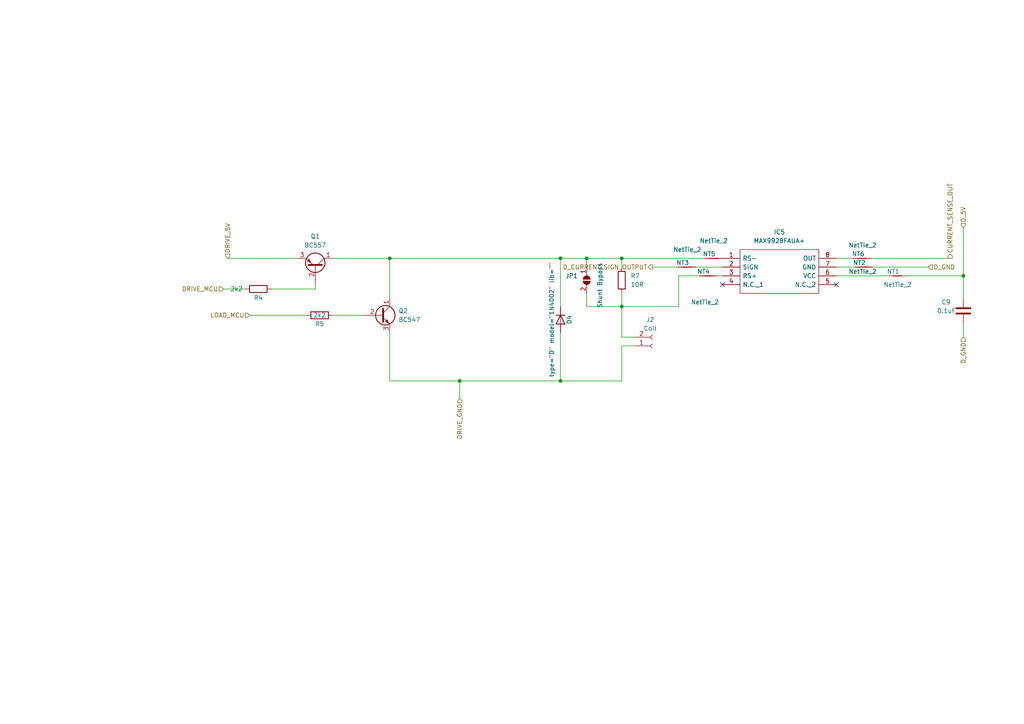
<source format=kicad_sch>
(kicad_sch (version 20211123) (generator eeschema)
  (paper "A4")
  (lib_symbols
    (symbol "Connector:Conn_01x02_Female" (pin_names (offset 1.016) hide)
      (property "Reference" "J" (at 0 2.54 0))
      (property "Value" "Conn_01x02_Female" (at 0 -5.08 0))
      (symbol "Conn_01x02_Female_1_1"
        (arc (start 0 -2.032) (mid -0.508 -2.54) (end 0 -3.048) (stroke (width 0.1524)))
        (polyline (pts (xy -1.27 -2.54) (xy -0.508 -2.54)) (stroke (width 0.1524)))
        (polyline (pts (xy -1.27 0) (xy -0.508 0)) (stroke (width 0.1524)))
        (arc (start 0 0.508) (mid -0.508 0) (end 0 -0.508) (stroke (width 0.1524)))
        (pin passive line (at -5.08 0 0) (length 3.81) (name "Pin_1") (number "1"))
        (pin passive line (at -5.08 -2.54 0) (length 3.81) (name "Pin_2") (number "2"))
      )
    )
    (symbol "Device:C" (pin_numbers hide) (pin_names (offset 0.254))
      (property "Reference" "C" (at 0.635 2.54 0))
      (property "Value" "C" (at 0.635 -2.54 0))
      (symbol "C_0_1"
        (polyline (pts (xy -2.032 -0.762) (xy 2.032 -0.762)) (stroke (width 0.508)))
        (polyline (pts (xy -2.032 0.762) (xy 2.032 0.762)) (stroke (width 0.508)))
      )
      (symbol "C_1_1"
        (pin passive line (at 0 3.81 270) (length 2.794) (name "~") (number "1"))
        (pin passive line (at 0 -3.81 90) (length 2.794) (name "~") (number "2"))
      )
    )
    (symbol "Device:NetTie_2" (pin_numbers hide) (pin_names (offset 0) hide)
      (property "Reference" "NT" (at 0 1.27 0))
      (property "Value" "NetTie_2" (at 0 -1.27 0))
      (symbol "NetTie_2_0_1"
        (polyline (pts (xy -1.27 0) (xy 1.27 0)) (stroke (width 0.254)))
      )
      (symbol "NetTie_2_1_1"
        (pin passive line (at -2.54 0 0) (length 2.54) (name "1") (number "1"))
        (pin passive line (at 2.54 0 180) (length 2.54) (name "2") (number "2"))
      )
    )
    (symbol "Device:R" (pin_numbers hide) (pin_names (offset 0))
      (property "Reference" "R" (at 2.032 0 90))
      (property "Value" "R" (at 0 0 90))
      (symbol "R_0_1"
        (rectangle (start -1.016 -2.54) (end 1.016 2.54) (stroke (width 0.254)))
      )
      (symbol "R_1_1"
        (pin passive line (at 0 3.81 270) (length 1.27) (name "~") (number "1"))
        (pin passive line (at 0 -3.81 90) (length 1.27) (name "~") (number "2"))
      )
    )
    (symbol "Jumper:SolderJumper_2_Open" (pin_names (offset 0) hide)
      (property "Reference" "JP" (at 0 2.032 0))
      (property "Value" "SolderJumper_2_Open" (at 0 -2.54 0))
      (symbol "SolderJumper_2_Open_0_1"
        (arc (start -0.254 1.016) (mid -1.27 0) (end -0.254 -1.016))
        (arc (start -0.254 1.016) (mid -1.27 0) (end -0.254 -1.016) (fill (type outline)))
        (polyline (pts (xy -0.254 1.016) (xy -0.254 -1.016)))
        (polyline (pts (xy 0.254 1.016) (xy 0.254 -1.016)))
        (arc (start 0.254 -1.016) (mid 1.27 0) (end 0.254 1.016))
        (arc (start 0.254 -1.016) (mid 1.27 0) (end 0.254 1.016) (fill (type outline)))
      )
      (symbol "SolderJumper_2_Open_1_1"
        (pin passive line (at -3.81 0 0) (length 2.54) (name "A") (number "1"))
        (pin passive line (at 3.81 0 180) (length 2.54) (name "B") (number "2"))
      )
    )
    (symbol "MAX9928FAUA+:MAX9928FAUA+" (pin_names (offset 0.762))
      (property "Reference" "IC" (at 29.21 7.62 0))
      (property "Value" "MAX9928FAUA+" (at 29.21 5.08 0))
      (symbol "MAX9928FAUA+_0_0"
        (pin passive line (at 0 0 0) (length 5.08) (name "RS-") (number "1"))
        (pin passive line (at 0 -2.54 0) (length 5.08) (name "SIGN") (number "2"))
        (pin passive line (at 0 -5.08 0) (length 5.08) (name "RS+") (number "3"))
        (pin passive line (at 0 -7.62 0) (length 5.08) (name "N.C._1") (number "4"))
        (pin passive line (at 33.02 -7.62 180) (length 5.08) (name "N.C._2") (number "5"))
        (pin passive line (at 33.02 -5.08 180) (length 5.08) (name "VCC") (number "6"))
        (pin passive line (at 33.02 -2.54 180) (length 5.08) (name "GND") (number "7"))
        (pin passive line (at 33.02 0 180) (length 5.08) (name "OUT") (number "8"))
      )
      (symbol "MAX9928FAUA+_0_1"
        (polyline (pts (xy 5.08 2.54) (xy 27.94 2.54) (xy 27.94 -10.16) (xy 5.08 -10.16) (xy 5.08 2.54)) (stroke (width 0.1524)))
      )
    )
    (symbol "Simulation_SPICE:DIODE" (pin_numbers hide) (pin_names (offset 1.016) hide)
      (property "Reference" "D" (at 0 2.54 0))
      (property "Value" "DIODE" (at 0 -2.54 0))
      (symbol "DIODE_0_1"
        (polyline (pts (xy 1.27 0) (xy -1.27 0)))
        (polyline (pts (xy 1.27 1.27) (xy 1.27 -1.27)) (stroke (width 0.254)))
        (polyline (pts (xy -1.27 -1.27) (xy -1.27 1.27) (xy 1.27 0) (xy -1.27 -1.27)) (stroke (width 0.254)))
      )
      (symbol "DIODE_1_1"
        (pin passive line (at -3.81 0 0) (length 2.54) (name "A") (number "1"))
        (pin passive line (at 3.81 0 180) (length 2.54) (name "K") (number "2"))
      )
    )
    (symbol "Transistor_BJT:BC547" (pin_names (offset 0) hide)
      (property "Reference" "Q" (at 5.08 1.905 0))
      (property "Value" "BC547" (at 5.08 0 0))
      (symbol "BC547_0_1"
        (polyline (pts (xy 0 0) (xy 0.635 0)))
        (polyline (pts (xy 0.635 0.635) (xy 2.54 2.54)))
        (polyline (pts (xy 0.635 -0.635) (xy 2.54 -2.54) (xy 2.54 -2.54)))
        (polyline (pts (xy 0.635 1.905) (xy 0.635 -1.905) (xy 0.635 -1.905)) (stroke (width 0.508)))
        (polyline (pts (xy 1.27 -1.778) (xy 1.778 -1.27) (xy 2.286 -2.286) (xy 1.27 -1.778) (xy 1.27 -1.778)) (fill (type outline)))
        (circle (center 1.27 0) (radius 2.8194) (stroke (width 0.254)))
      )
      (symbol "BC547_1_1"
        (pin passive line (at 2.54 5.08 270) (length 2.54) (name "C") (number "1"))
        (pin input line (at -5.08 0 0) (length 5.08) (name "B") (number "2"))
        (pin passive line (at 2.54 -5.08 90) (length 2.54) (name "E") (number "3"))
      )
    )
    (symbol "Transistor_BJT:BC557" (pin_names (offset 0) hide)
      (property "Reference" "Q" (at 5.08 1.905 0))
      (property "Value" "BC557" (at 5.08 0 0))
      (symbol "BC557_0_1"
        (polyline (pts (xy 0.635 0.635) (xy 2.54 2.54)))
        (polyline (pts (xy 0.635 -0.635) (xy 2.54 -2.54) (xy 2.54 -2.54)))
        (polyline (pts (xy 0.635 1.905) (xy 0.635 -1.905) (xy 0.635 -1.905)) (stroke (width 0.508)))
        (polyline (pts (xy 2.286 -1.778) (xy 1.778 -2.286) (xy 1.27 -1.27) (xy 2.286 -1.778) (xy 2.286 -1.778)) (fill (type outline)))
        (circle (center 1.27 0) (radius 2.8194) (stroke (width 0.254)))
      )
      (symbol "BC557_1_1"
        (pin passive line (at 2.54 5.08 270) (length 2.54) (name "C") (number "1"))
        (pin input line (at -5.08 0 0) (length 5.715) (name "B") (number "2"))
        (pin passive line (at 2.54 -5.08 90) (length 2.54) (name "E") (number "3"))
      )
    )
  )
  (junction (at 113.03 74.93))
  (junction (at 162.56 110.49))
  (junction (at 180.34 88.9))
  (junction (at 133.35 110.49))
  (junction (at 162.56 74.93))
  (junction (at 180.34 74.93))
  (junction (at 279.4 80.01))
  (junction (at 170.18 74.93))
  (no_connect (at 242.57 82.55))
  (no_connect (at 209.55 82.55))
  (wire (pts (xy 242.57 77.47) (xy 247.9968 77.47)))
  (wire (pts (xy 180.34 88.9) (xy 170.18 88.9)))
  (wire (pts (xy 253.0768 77.47) (xy 269.24 77.47)))
  (wire (pts (xy 91.44 83.82) (xy 91.44 82.55)))
  (wire (pts (xy 113.03 96.52) (xy 113.03 110.49)))
  (wire (pts (xy 209.4931 74.93) (xy 209.55 74.93)))
  (wire (pts (xy 242.57 80.01) (xy 257.81 80.01)))
  (wire (pts (xy 262.89 80.01) (xy 279.4 80.01)))
  (wire (pts (xy 279.4 66.04) (xy 279.4 80.01)))
  (wire (pts (xy 162.56 110.49) (xy 180.34 110.49)))
  (wire (pts (xy 180.34 85.09) (xy 180.34 88.9)))
  (wire (pts (xy 170.18 74.93) (xy 180.34 74.93)))
  (wire (pts (xy 162.56 110.49) (xy 133.35 110.49)))
  (wire (pts (xy 180.34 100.33) (xy 180.34 110.49)))
  (wire (pts (xy 279.4 80.01) (xy 279.4 86.36)))
  (wire (pts (xy 170.18 74.93) (xy 170.18 77.47)))
  (wire (pts (xy 78.74 83.82) (xy 91.44 83.82)))
  (wire (pts (xy 180.34 100.33) (xy 184.15 100.33)))
  (wire (pts (xy 180.34 97.79) (xy 184.15 97.79)))
  (wire (pts (xy 64.77 83.82) (xy 71.12 83.82)))
  (wire (pts (xy 247.6585 74.93) (xy 242.57 74.93)))
  (wire (pts (xy 66.04 74.93) (xy 86.36 74.93)))
  (wire (pts (xy 162.56 96.52) (xy 162.56 110.49)))
  (wire (pts (xy 72.39 91.44) (xy 88.9 91.44)))
  (wire (pts (xy 113.03 74.93) (xy 113.03 86.36)))
  (wire (pts (xy 180.34 74.93) (xy 204.4131 74.93)))
  (wire (pts (xy 180.34 74.93) (xy 180.34 77.47)))
  (wire (pts (xy 209.55 80.01) (xy 207.8689 80.01)))
  (wire (pts (xy 279.4 97.79) (xy 279.4 93.98)))
  (wire (pts (xy 113.03 110.49) (xy 133.35 110.49)))
  (wire (pts (xy 196.85 80.01) (xy 196.85 88.9)))
  (wire (pts (xy 201.8147 77.47) (xy 209.55 77.47)))
  (wire (pts (xy 162.56 74.93) (xy 162.56 88.9)))
  (wire (pts (xy 180.34 88.9) (xy 196.85 88.9)))
  (wire (pts (xy 133.35 110.49) (xy 133.35 115.57)))
  (wire (pts (xy 202.7889 80.01) (xy 196.85 80.01)))
  (wire (pts (xy 96.52 74.93) (xy 113.03 74.93)))
  (wire (pts (xy 113.03 74.93) (xy 162.56 74.93)))
  (wire (pts (xy 170.18 85.09) (xy 170.18 88.9)))
  (wire (pts (xy 180.34 97.79) (xy 180.34 88.9)))
  (wire (pts (xy 162.56 74.93) (xy 170.18 74.93)))
  (wire (pts (xy 96.52 91.44) (xy 105.41 91.44)))
  (wire (pts (xy 275.59 74.93) (xy 252.7385 74.93)))
  (wire (pts (xy 189.23 77.47) (xy 196.7347 77.47)))
  (hierarchical_label "D_GND" (shape input) (at 269.24 77.47 0))
  (hierarchical_label "LOAD_MCU" (shape input) (at 72.39 91.44 180))
  (hierarchical_label "D_5V" (shape input) (at 279.4 66.04 90))
  (hierarchical_label "D_GND" (shape input) (at 279.4 97.79 270))
  (hierarchical_label "DRIVE_MCU" (shape input) (at 64.77 83.82 180))
  (hierarchical_label "D_CURRENT_SIGN_OUTPUT" (shape output) (at 189.23 77.47 180))
  (hierarchical_label "DRIVE_5V" (shape input) (at 66.04 74.93 90))
  (hierarchical_label "CURRENT_SENSE_OUT" (shape output) (at 275.59 74.93 90))
  (hierarchical_label "DRIVE_GND" (shape input) (at 133.35 115.57 270))
  (symbol (lib_id "Device:R") (at 92.71 91.44 270) (unit 1)
    (property "Reference" "R5" (at 92.71 93.98 90))
    (property "Value" "2k2" (at 92.71 91.44 90))
    (property "Footprint" "Resistor_SMD:R_0805_2012Metric_Pad1.20x1.40mm_HandSolder" (effects hide))
  )
  (symbol (lib_id "Device:NetTie_2") (at 260.35 80.01 0) (unit 1)
    (property "Reference" "NT1" (at 259.08 78.74 0))
    (property "Value" "NetTie_2" (at 260.35 82.55 0))
    (property "Footprint" "NetTie:NetTie-2_SMD_Pad0.5mm" (effects hide))
  )
  (symbol (lib_id "Device:R") (at 180.34 81.28 0) (mirror y) (unit 1)
    (property "Reference" "R7" (at 182.88 80.0099 0) (effects (justify right)))
    (property "Value" "10R" (at 182.88 82.5499 0) (effects (justify right)))
    (property "Footprint" "Resistor_SMD:R_0805_2012Metric_Pad1.20x1.40mm_HandSolder" (effects hide))
  )
  (symbol (lib_id "Device:NetTie_2") (at 206.9531 74.93 0) (unit 1)
    (property "Reference" "NT5" (at 205.6831 73.66 0))
    (property "Value" "NetTie_2" (at 207.01 69.85 0))
    (property "Footprint" "NetTie:NetTie-2_SMD_Pad0.5mm" (effects hide))
  )
  (symbol (lib_id "Jumper:SolderJumper_2_Open") (at 170.18 81.28 90) (mirror x) (unit 1)
    (property "Reference" "JP1" (at 167.64 80.0099 90) (effects (justify left)))
    (property "Value" "Shunt Bypass" (at 173.99 76.2 0) (effects (justify left)))
    (property "Footprint" "Jumper:SolderJumper-2_P1.3mm_Open_Pad1.0x1.5mm" (effects hide))
  )
  (symbol (lib_id "Connector:Conn_01x02_Female") (at 189.23 100.33 0) (mirror x) (unit 1)
    (property "Reference" "J2" (at 188.595 92.71 0))
    (property "Value" "Coil" (at 188.595 95.25 0))
    (property "Footprint" "TerminalBlock_TE-Connectivity:TerminalBlock_TE_282834-2_1x02_P2.54mm_Horizontal" (effects hide))
  )
  (symbol (lib_id "Simulation_SPICE:DIODE") (at 162.56 92.71 90) (unit 1)
    (property "Reference" "D4" (at 165.1 92.71 0))
    (property "Value" "1N4002" (at 160.02 92.71 0))
    (property "Footprint" "Diode_SMD:D_0603_1608Metric_Pad1.05x0.95mm_HandSolder" (effects hide))
    (property "Spice_Netlist_Enabled" "Y" (effects hide))
    (property "Spice_Primitive" "D" (effects hide))
  )
  (symbol (lib_id "Device:R") (at 74.93 83.82 270) (unit 1)
    (property "Reference" "R4" (at 74.93 86.36 90))
    (property "Value" "2k2" (at 68.58 83.82 90))
    (property "Footprint" "Resistor_SMD:R_0805_2012Metric_Pad1.20x1.40mm_HandSolder" (effects hide))
  )
  (symbol (lib_id "Device:NetTie_2") (at 250.5368 77.47 0) (unit 1)
    (property "Reference" "NT2" (at 249.2668 76.2 0))
    (property "Value" "NetTie_2" (at 250.19 78.74 0))
    (property "Footprint" "NetTie:NetTie-2_SMD_Pad0.5mm" (effects hide))
  )
  (symbol (lib_id "MAX9928FAUA+:MAX9928FAUA+") (at 209.55 74.93 0) (unit 1)
    (property "Reference" "IC5" (at 226.06 67.31 0))
    (property "Value" "MAX9928FAUA+" (at 226.06 69.85 0))
    (property "Footprint" "Sensor_Current:SOP65P490X110-8N" (effects hide))
    (property "Datasheet" "https://datasheet.datasheetarchive.com/originals/dk/DKDS-7/138374.pdf" (effects hide))
    (property "Description" "Maxim MAX9928FAUA+, Current Sensing Amplifier Single Bidirectional, Unidirectional 8-Pin uMAX" (effects hide))
    (property "Height" "1.1" (effects hide))
    (property "Manufacturer_Name" "Maxim Integrated" (effects hide))
    (property "Manufacturer_Part_Number" "MAX9928FAUA+" (effects hide))
    (property "Mouser Part Number" "700-MAX9928FAUA" (effects hide))
    (property "Mouser Price/Stock" "https://www.mouser.co.uk/ProductDetail/Maxim-Integrated/MAX9928FAUA%2b?qs=1eQvB6Dk1vjuLd8AJ8%252BsIw%3D%3D" (effects hide))
  )
  (symbol (lib_id "Transistor_BJT:BC557") (at 91.44 77.47 270) (mirror x) (unit 1)
    (property "Reference" "Q1" (at 91.44 68.58 90))
    (property "Value" "BC557" (at 91.44 71.12 90))
    (property "Footprint" "Package_TO_SOT_SMD:SOT-523" (effects hide))
    (property "Datasheet" "https://www.onsemi.com/pub/Collateral/BC556BTA-D.pdf" (effects hide))
  )
  (symbol (lib_id "Device:NetTie_2") (at 205.3289 80.01 0) (unit 1)
    (property "Reference" "NT4" (at 204.0589 78.74 0))
    (property "Value" "NetTie_2" (at 204.47 87.63 0))
    (property "Footprint" "NetTie:NetTie-2_SMD_Pad0.5mm" (effects hide))
  )
  (symbol (lib_id "Device:NetTie_2") (at 250.1985 74.93 0) (unit 1)
    (property "Reference" "NT6" (at 248.9285 73.66 0))
    (property "Value" "NetTie_2" (at 250.19 71.12 0))
    (property "Footprint" "NetTie:NetTie-2_SMD_Pad0.5mm" (effects hide))
  )
  (symbol (lib_id "Device:C") (at 279.4 90.17 0) (unit 1)
    (property "Reference" "C9" (at 273.05 87.63 0) (effects (justify left)))
    (property "Value" "0.1uF" (at 271.78 90.17 0) (effects (justify left)))
    (property "Footprint" "Capacitor_SMD:C_0805_2012Metric_Pad1.18x1.45mm_HandSolder" (effects hide))
  )
  (symbol (lib_id "Transistor_BJT:BC547") (at 110.49 91.44 0) (unit 1)
    (property "Reference" "Q2" (at 115.57 90.1699 0) (effects (justify left)))
    (property "Value" "BC547" (at 115.57 92.7099 0) (effects (justify left)))
    (property "Footprint" "Package_TO_SOT_SMD:SOT-523" (effects hide))
    (property "Datasheet" "https://www.onsemi.com/pub/Collateral/BC550-D.pdf" (effects hide))
  )
  (symbol (lib_id "Device:NetTie_2") (at 199.2747 77.47 0) (unit 1)
    (property "Reference" "NT3" (at 198.0047 76.2 0))
    (property "Value" "NetTie_2" (at 199.3316 72.39 0))
    (property "Footprint" "NetTie:NetTie-2_SMD_Pad0.5mm" (effects hide))
  )
)
</source>
